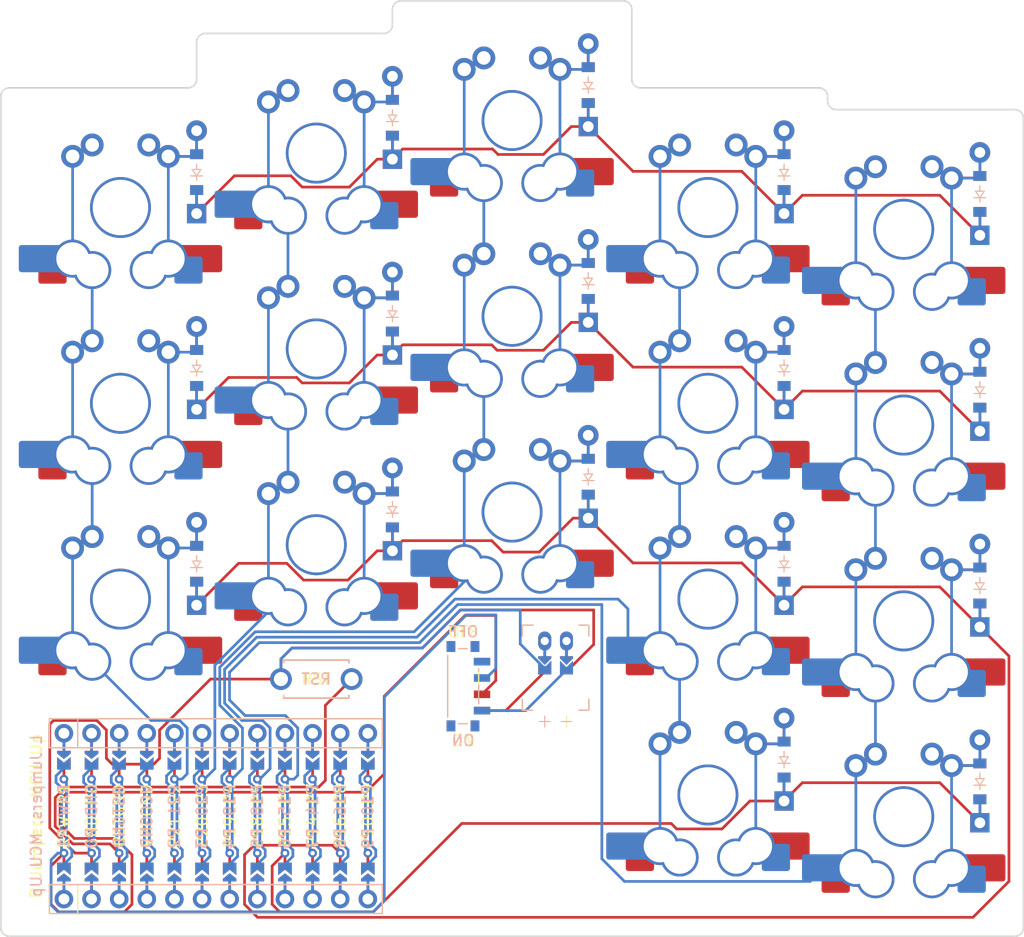
<source format=kicad_pcb>
(kicad_pcb (version 20240108) (generator "pcbnew") (generator_version "8.0")
  (title_block (title "board") (rev "v1.0.0") (company "Unknown"))
  (layers (0 "F.Cu" signal) (31 "B.Cu" signal) (34 "B.Paste" user) (35 "F.Paste" user) (36 "B.SilkS" user "B.Silkscreen") (37 "F.SilkS" user "F.Silkscreen") (38 "B.Mask" user) (39 "F.Mask" user) (44 "Edge.Cuts" user))
  (net 0 "")
  (net 1 "P2")
  (net 2 "pinky_bottom")
  (net 3 "GND")
  (net 4 "pinky_home")
  (net 5 "pinky_top")
  (net 6 "P3")
  (net 7 "ring_bottom")
  (net 8 "ring_home")
  (net 9 "ring_top")
  (net 10 "P4")
  (net 11 "middle_bottom")
  (net 12 "middle_home")
  (net 13 "middle_top")
  (net 14 "P5")
  (net 15 "index_thumb")
  (net 16 "index_bottom")
  (net 17 "index_home")
  (net 18 "index_top")
  (net 19 "P6")
  (net 20 "inner_thumb")
  (net 21 "inner_bottom")
  (net 22 "inner_home")
  (net 23 "inner_top")
  (net 24 "P16")
  (net 25 "P14")
  (net 26 "P10")
  (net 27 "P15")
  (net 28 "RAW")
  (net 29 "RST")
  (net 30 "VCC")
  (net 31 "P21")
  (net 32 "P20")
  (net 33 "P19")
  (net 34 "P18")
  (net 35 "P1")
  (net 36 "P0")
  (net 37 "P7")
  (net 38 "P8")
  (net 39 "P9")
  (net 40 "MCU1_24")
  (net 41 "MCU1_1")
  (net 42 "MCU1_23")
  (net 43 "MCU1_2")
  (net 44 "MCU1_22")
  (net 45 "MCU1_3")
  (net 46 "MCU1_21")
  (net 47 "MCU1_4")
  (net 48 "MCU1_20")
  (net 49 "MCU1_5")
  (net 50 "MCU1_19")
  (net 51 "MCU1_6")
  (net 52 "MCU1_18")
  (net 53 "MCU1_7")
  (net 54 "MCU1_17")
  (net 55 "MCU1_8")
  (net 56 "MCU1_16")
  (net 57 "MCU1_9")
  (net 58 "MCU1_15")
  (net 59 "MCU1_10")
  (net 60 "MCU1_14")
  (net 61 "MCU1_11")
  (net 62 "MCU1_13")
  (net 63 "MCU1_12")
  (net 64 "BAT_P")
  (net 65 "JST1_1")
  (net 66 "JST1_2")
  (footprint "ceoloide:mcu_nice_nano" (layer "F.Cu") (at 182.5 176.95 90)
    (property "Reference" "MCU1" (hide yes))
    (property "Value" "")
  )
  (footprint "ceoloide:reset_switch_tht_top" (layer "F.Cu") (at 193 164.35)
    (property "Reference" "RST1" (hide yes))
    (property "Value" "")
  )
  (footprint "ceoloide:power_switch_smd_side" (layer "F.Cu") (at 206.5 165 180)
    (property "Reference" "PWR1" (hide yes))
    (property "Value" "")
  )
  (footprint "ceoloide:battery_connector_jst_ph_2" (layer "F.Cu") (at 215 160.85)
    (property "Reference" "JST1" (hide yes))
    (property "Value" "")
  )
  (footprint "ceoloide:diode_tht_sod123" (layer "B.Cu") (at 200 148.75 90)
    (property "Reference" "D4" (hide yes))
    (property "Value" "")
  )
  (footprint "ceoloide:switch_gateron_ks27_ks33" (layer "B.Cu") (at 229 157)
    (property "Reference" "S11" (hide yes))
    (property "Value" "")
  )
  (footprint "ceoloide:switch_gateron_ks27_ks33" (layer "B.Cu") (at 211 131)
    (property "Reference" "S8" (hide yes))
    (property "Value" "")
  )
  (footprint "ceoloide:switch_gateron_ks27_ks33" (layer "B.Cu") (at 229 121)
    (property "Reference" "S13" (hide yes))
    (property "Value" "")
  )
  (footprint "ceoloide:diode_tht_sod123" (layer "B.Cu") (at 254 137.75 90)
    (property "Reference" "D16" (hide yes))
    (property "Value" "")
  )
  (footprint "ceoloide:switch_gateron_ks27_ks33" (layer "B.Cu") (at 193 134)
    (property "Reference" "S5" (hide yes))
    (property "Value" "")
  )
  (footprint "ceoloide:switch_gateron_ks27_ks33" (layer "B.Cu") (at 247 141)
    (property "Reference" "S16" (hide yes))
    (property "Value" "")
  )
  (footprint "ceoloide:switch_gateron_ks27_ks33" (layer "B.Cu") (at 229 175)
    (property "Reference" "S10" (hide yes))
    (property "Value" "")
  )
  (footprint "ceoloide:switch_gateron_ks27_ks33" (layer "B.Cu") (at 175 139)
    (property "Reference" "S2" (hide yes))
    (property "Value" "")
  )
  (footprint "ceoloide:diode_tht_sod123" (layer "B.Cu") (at 200 130.75 90)
    (property "Reference" "D5" (hide yes))
    (property "Value" "")
  )
  (footprint "ceoloide:switch_gateron_ks27_ks33" (layer "B.Cu") (at 247 177)
    (property "Reference" "S14" (hide yes))
    (property "Value" "")
  )
  (footprint "ceoloide:diode_tht_sod123" (layer "B.Cu") (at 182 135.75 90)
    (property "Reference" "D2" (hide yes))
    (property "Value" "")
  )
  (footprint "ceoloide:switch_gateron_ks27_ks33" (layer "B.Cu") (at 175 157)
    (property "Reference" "S1" (hide yes))
    (property "Value" "")
  )
  (footprint "ceoloide:diode_tht_sod123" (layer "B.Cu") (at 236 135.75 90)
    (property "Reference" "D12" (hide yes))
    (property "Value" "")
  )
  (footprint "ceoloide:diode_tht_sod123" (layer "B.Cu") (at 254 173.75 90)
    (property "Reference" "D14" (hide yes))
    (property "Value" "")
  )
  (footprint "ceoloide:diode_tht_sod123" (layer "B.Cu") (at 200 112.75 90)
    (property "Reference" "D6" (hide yes))
    (property "Value" "")
  )
  (footprint "ceoloide:diode_tht_sod123" (layer "B.Cu") (at 218 145.75 90)
    (property "Reference" "D7" (hide yes))
    (property "Value" "")
  )
  (footprint "ceoloide:switch_gateron_ks27_ks33" (layer "B.Cu") (at 211 149)
    (property "Reference" "S7" (hide yes))
    (property "Value" "")
  )
  (footprint "ceoloide:switch_gateron_ks27_ks33" (layer "B.Cu") (at 193 152)
    (property "Reference" "S4" (hide yes))
    (property "Value" "")
  )
  (footprint "ceoloide:diode_tht_sod123" (layer "B.Cu") (at 254 119.75 90)
    (property "Reference" "D17" (hide yes))
    (property "Value" "")
  )
  (footprint "ceoloide:switch_gateron_ks27_ks33" (layer "B.Cu") (at 175 121)
    (property "Reference" "S3" (hide yes))
    (property "Value" "")
  )
  (footprint "ceoloide:diode_tht_sod123" (layer "B.Cu") (at 182 117.75 90)
    (property "Reference" "D3" (hide yes))
    (property "Value" "")
  )
  (footprint "ceoloide:diode_tht_sod123" (layer "B.Cu") (at 236 171.75 90)
    (property "Reference" "D10" (hide yes))
    (property "Value" "")
  )
  (footprint "ceoloide:switch_gateron_ks27_ks33" (layer "B.Cu") (at 247 159)
    (property "Reference" "S15" (hide yes))
    (property "Value" "")
  )
  (footprint "ceoloide:diode_tht_sod123" (layer "B.Cu") (at 182 153.75 90)
    (property "Reference" "D1" (hide yes))
    (property "Value" "")
  )
  (footprint "ceoloide:switch_gateron_ks27_ks33" (layer "B.Cu") (at 211 113)
    (property "Reference" "S9" (hide yes))
    (property "Value" "")
  )
  (footprint "ceoloide:diode_tht_sod123" (layer "B.Cu") (at 218 109.75 90)
    (property "Reference" "D9" (hide yes))
    (property "Value" "")
  )
  (footprint "ceoloide:switch_gateron_ks27_ks33" (layer "B.Cu") (at 193 116)
    (property "Reference" "S6" (hide yes))
    (property "Value" "")
  )
  (footprint "ceoloide:switch_gateron_ks27_ks33" (layer "B.Cu") (at 229 139)
    (property "Reference" "S12" (hide yes))
    (property "Value" "")
  )
  (footprint "ceoloide:diode_tht_sod123" (layer "B.Cu") (at 236 117.75 90)
    (property "Reference" "D13" (hide yes))
    (property "Value" "")
  )
  (footprint "ceoloide:diode_tht_sod123" (layer "B.Cu") (at 236 153.75 90)
    (property "Reference" "D11" (hide yes))
    (property "Value" "")
  )
  (footprint "ceoloide:diode_tht_sod123" (layer "B.Cu") (at 218 127.75 90)
    (property "Reference" "D8" (hide yes))
    (property "Value" "")
  )
  (footprint "ceoloide:switch_gateron_ks27_ks33" (layer "B.Cu") (at 247 123)
    (property "Reference" "S17" (hide yes))
    (property "Value" "")
  )
  (footprint "ceoloide:diode_tht_sod123" (layer "B.Cu") (at 254 155.75 90)
    (property "Reference" "D15" (hide yes))
    (property "Value" "")
  )
  (gr_arc (start 182 109.2) (mid 181.765685 109.765685) (end 181.2 110) (stroke (width 0.15)) (layer "Edge.Cuts"))
  (gr_arc (start 200 102.8) (mid 200.234315 102.234315) (end 200.8 102) (stroke (width 0.15)) (layer "Edge.Cuts"))
  (gr_arc (start 182 105.8) (mid 182.234315 105.234315) (end 182.8 105) (stroke (width 0.15)) (layer "Edge.Cuts"))
  (gr_arc (start 239.2 110) (mid 239.765685 110.234315) (end 240 110.8) (stroke (width 0.15)) (layer "Edge.Cuts"))
  (gr_arc (start 222.8 110) (mid 222.234315 109.765685) (end 222 109.2) (stroke (width 0.15)) (layer "Edge.Cuts"))
  (gr_line (start 181.2 110) (end 164.8 110) (stroke (width 0.15)) (layer "Edge.Cuts"))
  (gr_line (start 258 187.2) (end 258 112.8) (stroke (width 0.15)) (layer "Edge.Cuts"))
  (gr_arc (start 240.8 112) (mid 240.234315 111.765685) (end 240 111.2) (stroke (width 0.15)) (layer "Edge.Cuts"))
  (gr_line (start 240 111.2) (end 240 110.8) (stroke (width 0.15)) (layer "Edge.Cuts"))
  (gr_line (start 239.2 110) (end 222.8 110) (stroke (width 0.15)) (layer "Edge.Cuts"))
  (gr_line (start 164 187.2) (end 164 110.8) (stroke (width 0.15)) (layer "Edge.Cuts"))
  (gr_arc (start 258 187.2) (mid 257.765685 187.765685) (end 257.2 188) (stroke (width 0.15)) (layer "Edge.Cuts"))
  (gr_arc (start 257.2 112) (mid 257.765685 112.234315) (end 258 112.8) (stroke (width 0.15)) (layer "Edge.Cuts"))
  (gr_arc (start 164.8 188) (mid 164.234315 187.765685) (end 164 187.2) (stroke (width 0.15)) (layer "Edge.Cuts"))
  (gr_arc (start 221.2 102) (mid 221.765685 102.234315) (end 222 102.8) (stroke (width 0.15)) (layer "Edge.Cuts"))
  (gr_arc (start 200 104.2) (mid 199.765685 104.765685) (end 199.2 105) (stroke (width 0.15)) (layer "Edge.Cuts"))
  (gr_line (start 200 102.8) (end 200 104.2) (stroke (width 0.15)) (layer "Edge.Cuts"))
  (gr_arc (start 164 110.8) (mid 164.234315 110.234315) (end 164.8 110) (stroke (width 0.15)) (layer "Edge.Cuts"))
  (gr_line (start 221.2 102) (end 200.8 102) (stroke (width 0.15)) (layer "Edge.Cuts"))
  (gr_line (start 182 105.8) (end 182 109.2) (stroke (width 0.15)) (layer "Edge.Cuts"))
  (gr_line (start 222 109.2) (end 222 102.8) (stroke (width 0.15)) (layer "Edge.Cuts"))
  (gr_line (start 257.2 112) (end 240.8 112) (stroke (width 0.15)) (layer "Edge.Cuts"))
  (gr_line (start 164.8 188) (end 257.2 188) (stroke (width 0.15)) (layer "Edge.Cuts"))
  (gr_line (start 199.2 105) (end 182.8 105) (stroke (width 0.15)) (layer "Edge.Cuts"))
  (segment (start 179.96 172.175) (end 179.96 173.55) (width 0.25) (layer "F.Cu") (net 1))
  (segment (start 179.96 181.725) (end 179.96 181.375305) (width 0.25) (layer "B.Cu") (net 1))
  (segment (start 177.805 168.155) (end 180.446701 168.155) (width 0.25) (layer "B.Cu") (net 1))
  (segment (start 172.4 126.75) (end 172.4 133.25) (width 0.25) (layer "B.Cu") (net 1))
  (segment (start 180.446701 168.155) (end 181.135 168.843299) (width 0.25) (layer "B.Cu") (net 1))
  (segment (start 180.685 180.650305) (end 180.685 180.049695) (width 0.25) (layer "B.Cu") (net 1))
  (segment (start 181.135 173.055) (end 180.64 173.55) (width 0.25) (layer "B.Cu") (net 1))
  (segment (start 180.64 173.55) (end 179.96 173.55) (width 0.25) (layer "B.Cu") (net 1))
  (segment (start 170.6 152.3) (end 170.6 161.7) (width 0.25) (layer "B.Cu") (net 1))
  (segment (start 181.135 168.843299) (end 181.135 173.055) (width 0.25) (layer "B.Cu") (net 1))
  (segment (start 180.19 179.554695) (end 180.19 173.78) (width 0.25) (layer "B.Cu") (net 1))
  (segment (start 172.4 144.75) (end 172.4 151.25) (width 0.25) (layer "B.Cu") (net 1))
  (segment (start 170.6 116.3) (end 170.6 125.7) (width 0.25) (layer "B.Cu") (net 1))
  (segment (start 172.4 162.75) (end 177.805 168.155) (width 0.25) (layer "B.Cu") (net 1))
  (segment (start 170.6 134.3) (end 170.6 143.7) (width 0.25) (layer "B.Cu") (net 1))
  (segment (start 180.685 180.049695) (end 180.19 179.554695) (width 0.25) (layer "B.Cu") (net 1))
  (segment (start 179.96 181.375305) (end 180.685 180.650305) (width 0.25) (layer "B.Cu") (net 1))
  (segment (start 182 149.94) (end 182 152.1) (width 0.25) (layer "F.Cu") (net 2))
  (segment (start 182 149.94) (end 182 152.1) (width 0.25) (layer "B.Cu") (net 2))
  (segment (start 181.8 152.3) (end 182 152.1) (width 0.25) (layer "B.Cu") (net 2))
  (segment (start 179.4 152.3) (end 181.8 152.3) (width 0.25) (layer "B.Cu") (net 2))
  (segment (start 179.4 152.3) (end 179.4 161.7) (width 0.25) (layer "B.Cu") (net 2))
  (segment (start 174.88 172.175) (end 174.88 173.55) (width 0.25) (layer "F.Cu") (net 3))
  (segment (start 178.595 171.63) (end 178.05 172.175) (width 0.25) (layer "F.Cu") (net 3))
  (segment (start 189.75 164.35) (end 183.278299 164.35) (width 0.25) (layer "F.Cu") (net 3))
  (segment (start 178.05 172.175) (end 177.42 172.175) (width 0.25) (layer "F.Cu") (net 3))
  (segment (start 168.5 178.024695) (end 170.825305 180.35) (width 0.25) (layer "F.Cu") (net 3))
  (segment (start 218.5 158) (end 206.25 158) (width 0.25) (layer "F.Cu") (net 3))
  (segment (start 173.705 171.63) (end 173.705 169.033299) (width 0.25) (layer "F.Cu") (net 3))
  (segment (start 177.42 172.175) (end 177.42 173.55) (width 0.25) (layer "F.Cu") (net 3))
  (segment (start 190.75 161.5) (end 189.75 162.5) (width 0.25) (layer "F.Cu") (net 3))
  (segment (start 172.826701 168.155) (end 168.845 168.155) (width 0.25) (layer "F.Cu") (net 3))
  (segment (start 206.25 158) (end 202.75 161.5) (width 0.25) (layer "F.Cu") (net 3))
  (segment (start 177.42 172.175) (end 174.88 172.175) (width 0.25) (layer "F.Cu") (net 3))
  (segment (start 168.845 168.155) (end 168.5 168.5) (width 0.25) (layer "F.Cu") (net 3))
  (segment (start 173.705 169.033299) (end 172.826701 168.155) (width 0.25) (layer "F.Cu") (net 3))
  (segment (start 170.825305 180.35) (end 172.34 180.35) (width 0.25) (layer "F.Cu") (net 3))
  (segment (start 174.25 172.175) (end 173.705 171.63) (width 0.25) (layer "F.Cu") (net 3))
  (segment (start 168.5 168.5) (end 168.5 178.024695) (width 0.25) (layer "F.Cu") (net 3))
  (segment (start 178.595 169.033299) (end 178.595 171.63) (width 0.25) (layer "F.Cu") (net 3))
  (segment (start 216 163.666) (end 218.5 161.166) (width 0.25) (layer "F.Cu") (net 3))
  (segment (start 172.34 181.725) (end 172.34 180.35) (width 0.25) (layer "F.Cu") (net 3))
  (segment (start 189.75 162.5) (end 189.75 164.35) (width 0.25) (layer "F.Cu") (net 3))
  (segment (start 202.75 161.5) (end 190.75 161.5) (width 0.25) (layer "F.Cu") (net 3))
  (segment (start 183.278299 164.35) (end 178.595 169.033299) (width 0.25) (layer "F.Cu") (net 3))
  (segment (start 174.88 172.175) (end 174.25 172.175) (width 0.25) (layer "F.Cu") (net 3))
  (segment (start 218.5 161.166) (end 218.5 158) (width 0.25) (layer "F.Cu") (net 3))
  (segment (start 211.75 158) (end 206.25 158) (width 0.25) (layer "B.Cu") (net 3))
  (segment (start 178.145 180.049695) (end 177.65 179.554695) (width 0.25) (layer "B.Cu") (net 3))
  (segment (start 175.605 180.650305) (end 175.605 180.049695) (width 0.25) (layer "B.Cu") (net 3))
  (segment (start 202.75 161.5) (end 190.75 161.5) (width 0.25) (layer "B.Cu") (net 3))
  (segment (start 177.42 181.375305) (end 178.145 180.650305) (width 0.25) (layer "B.Cu") (net 3))
  (segment (start 214 163.666) (end 214 163.28) (width 0.25) (layer "B.Cu") (net 3))
  (segment (start 175.11 179.554695) (end 175.11 173.78) (width 0.25) (layer "B.Cu") (net 3))
  (segment (start 178.145 180.650305) (end 178.145 180.049695) (width 0.25) (layer "B.Cu") (net 3))
  (segment (start 174.88 181.725) (end 174.88 181.375305) (width 0.25) (layer "B.Cu") (net 3))
  (segment (start 175.605 180.049695) (end 175.11 179.554695) (width 0.25) (layer "B.Cu") (net 3))
  (segment (start 171.615 173.249695) (end 171.615 173.850305) (width 0.25) (layer "B.Cu") (net 3))
  (segment (start 214 163.28) (end 213.90473 163.28) (width 0.25) (layer "B.Cu") (net 3))
  (segment (start 172.34 172.175) (end 172.34 172.524695) (width 0.25) (layer "B.Cu") (net 3))
  (segment (start 177.65 179.554695) (end 177.65 173.78) (width 0.25) (layer "B.Cu") (net 3))
  (segment (start 213.90473 163.28) (end 211.75 161.12527) (width 0.25) (layer "B.Cu") (net 3))
  (segment (start 189.75 162.5) (end 189.75 164.35) (width 0.25) (layer "B.Cu") (net 3))
  (segment (start 171.615 173.850305) (end 172.12 174.355305) (width 0.25) (layer "B.Cu") (net 3))
  (segment (start 206.25 158) (end 202.75 161.5) (width 0.25) (layer "B.Cu") (net 3))
  (segment (start 211.75 161.12527) (end 211.75 158) (width 0.25) (layer "B.Cu") (net 3))
  (segment (start 177.42 181.725) (end 177.42 181.375305) (width 0.25) (layer "B.Cu") (net 3))
  (segment (start 174.88 181.375305) (end 175.605 180.650305) (width 0.25) (layer "B.Cu") (net 3))
  (segment (start 190.75 161.5) (end 189.75 162.5) (width 0.25) (layer "B.Cu") (net 3))
  (segment (start 172.12 174.355305) (end 172.12 180.13) (width 0.25) (layer "B.Cu") (net 3))
  (segment (start 172.34 172.524695) (end 171.615 173.249695) (width 0.25) (layer "B.Cu") (net 3))
  (segment (start 182 131.94) (end 182 134.1) (width 0.25) (layer "F.Cu") (net 4))
  (segment (start 179.4 134.3) (end 179.4 143.7) (width 0.25) (layer "B.Cu") (net 4))
  (segment (start 181.8 134.3) (end 182 134.1) (width 0.25) (layer "B.Cu") (net 4))
  (segment (start 182 131.94) (end 182 134.1) (width 0.25) (layer "B.Cu") (net 4))
  (segment (start 179.4 134.3) (end 181.8 134.3) (width 0.25) (layer "B.Cu") (net 4))
  (segment (start 179.4 116.3) (end 181.8 116.3) (width 0.25) (layer "F.Cu") (net 5))
  (segment (start 181.8 116.3) (end 182 116.1) (width 0.25) (layer "F.Cu") (net 5))
  (segment (start 182 113.94) (end 182 116.1) (width 0.25) (layer "F.Cu") (net 5))
  (segment (start 182 113.94) (end 182 116.1) (width 0.25) (layer "B.Cu") (net 5))
  (segment (start 179.4 116.3) (end 179.4 125.7) (width 0.25) (layer "B.Cu") (net 5))
  (segment (start 181.8 116.3) (end 182 116.1) (width 0.25) (layer "B.Cu") (net 5))
  (segment (start 179.4 116.3) (end 181.8 116.3) (width 0.25) (layer "B.Cu") (net 5))
  (segment (start 182.5 172.175) (end 182.5 173.55) (width 0.25) (layer "F.Cu") (net 6))
  (segment (start 190.4 139.75) (end 190.4 146.25) (width 0.25) (layer "B.Cu") (net 6))
  (segment (start 188.6 147.3) (end 188.6 156.7) (width 0.25) (layer "B.Cu") (net 6))
  (segment (start 188.6 129.3) (end 188.6 138.7) (width 0.25) (layer "B.Cu") (net 6))
  (segment (start 189 157.75) (end 183.675 163.075) (width 0.25) (layer "B.Cu") (net 6))
  (segment (start 182.5 181.375305) (end 183.225 180.650305) (width 0.25) (layer "B.Cu") (net 6))
  (segment (start 183.225 180.650305) (end 183.225 180.049695) (width 0.25) (layer "B.Cu") (net 6))
  (segment (start 188.6 111.3) (end 188.6 120.7) (width 0.25) (layer "B.Cu") (net 6))
  (segment (start 183.225 180.049695) (end 182.73 179.554695) (width 0.25) (layer "B.Cu") (net 6))
  (segment (start 183.675 163.075) (end 183.675 172.591692) (width 0.25) (layer "B.Cu") (net 6))
  (segment (start 183.675 172.591692) (end 182.716692 173.55) (width 0.25) (layer "B.Cu") (net 6))
  (segment (start 182.5 181.725) (end 182.5 181.375305) (width 0.25) (layer "B.Cu") (net 6))
  (segment (start 182.73 179.554695) (end 182.73 173.78) (width 0.25) (layer "B.Cu") (net 6))
  (segment (start 190.4 121.75) (end 190.4 128.25) (width 0.25) (layer "B.Cu") (net 6))
  (segment (start 182.716692 173.55) (end 182.5 173.55) (width 0.25) (layer "B.Cu") (net 6))
  (segment (start 190.4 157.75) (end 189 157.75) (width 0.25) (layer "B.Cu") (net 6))
  (segment (start 200 144.94) (end 200 147.1) (width 0.25) (layer "F.Cu") (net 7))
  (segment (start 197.4 147.3) (end 199.8 147.3) (width 0.25) (layer "F.Cu") (net 7))
  (segment (start 199.8 147.3) (end 200 147.1) (width 0.25) (layer "F.Cu") (net 7))
  (segment (start 199.8 147.3) (end 200 147.1) (width 0.25) (layer "B.Cu") (net 7))
  (segment (start 197.4 156.7) (end 197.4 147.3) (width 0.25) (layer "B.Cu") (net 7))
  (segment (start 200 144.94) (end 200 147.1) (width 0.25) (layer "B.Cu") (net 7))
  (segment (start 197.4 147.3) (end 199.8 147.3) (width 0.25) (layer "B.Cu") (net 7))
  (segment (start 199.8 129.3) (end 200 129.1) (width 0.25) (layer "F.Cu") (net 8))
  (segment (start 197.4 129.3) (end 199.8 129.3) (width 0.25) (layer "F.Cu") (net 8))
  (segment (start 200 126.94) (end 200 129.1) (width 0.25) (layer "F.Cu") (net 8))
  (segment (start 200 126.94) (end 200 129.1) (width 0.25) (layer "B.Cu") (net 8))
  (segment (start 197.4 129.3) (end 199.8 129.3) (width 0.25) (layer "B.Cu") (net 8))
  (segment (start 199.8 129.3) (end 200 129.1) (width 0.25) (layer "B.Cu") (net 8))
  (segment (start 197.4 129.3) (end 197.4 138.7) (width 0.25) (layer "B.Cu") (net 8))
  (segment (start 200 108.94) (end 200 111.1) (width 0.25) (layer "F.Cu") (net 9))
  (segment (start 199.8 111.3) (end 200 111.1) (width 0.25) (layer "B.Cu") (net 9))
  (segment (start 197.4 111.3) (end 197.4 120.7) (width 0.25) (layer "B.Cu") (net 9))
  (segment (start 200 108.94) (end 200 111.1) (width 0.25) (layer "B.Cu") (net 9))
  (segment (start 197.4 111.3) (end 199.8 111.3) (width 0.25) (layer "B.Cu") (net 9))
  (segment (start 185.04 172.175) (end 185.04 173.55) (width 0.25) (layer "F.Cu") (net 10))
  (segment (start 185.27 179.554695) (end 185.27 173.78) (width 0.25) (layer "B.Cu") (net 10))
  (segment (start 202 160) (end 187.386396 160) (width 0.25) (layer "B.Cu") (net 10))
  (segment (start 185.256692 173.55) (end 185.04 173.55) (width 0.25) (layer "B.Cu") (net 10))
  (segment (start 207.35 153.7) (end 208.4 154.75) (width 0.25) (layer "B.Cu") (net 10))
  (segment (start 185.04 181.375305) (end 185.765 180.650305) (width 0.25) (layer "B.Cu") (net 10))
  (segment (start 186.215 172.591692) (end 185.256692 173.55) (width 0.25) (layer "B.Cu") (net 10))
  (segment (start 208.4 136.75) (end 208.4 143.25) (width 0.25) (layer "B.Cu") (net 10))
  (segment (start 185.04 181.725) (end 185.04 181.375305) (width 0.25) (layer "B.Cu") (net 10))
  (segment (start 185.765 180.650305) (end 185.765 180.049695) (width 0.25) (layer "B.Cu") (net 10))
  (segment (start 185.765 180.049695) (end 185.27 179.554695) (width 0.25) (layer "B.Cu") (net 10))
  (segment (start 207.25 154.75) (end 202 160) (width 0.25) (layer "B.Cu") (net 10))
  (segment (start 206.6 144.3) (end 206.6 153.7) (width 0.25) (layer "B.Cu") (net 10))
  (segment (start 208.4 154.75) (end 207.25 154.75) (width 0.25) (layer "B.Cu") (net 10))
  (segment (start 186.215 168.843299) (end 186.215 172.591692) (width 0.25) (layer "B.Cu") (net 10))
  (segment (start 184.125 163.261396) (end 184.125 166.753299) (width 0.25) (layer "B.Cu") (net 10))
  (segment (start 184.125 166.753299) (end 186.215 168.843299) (width 0.25) (layer "B.Cu") (net 10))
  (segment (start 187.386396 160) (end 184.125 163.261396) (width 0.25) (layer "B.Cu") (net 10))
  (segment (start 208.4 118.75) (end 208.4 125.25) (width 0.25) (layer "B.Cu") (net 10))
  (segment (start 206.6 126.3) (end 206.6 135.7) (width 0.25) (layer "B.Cu") (net 10))
  (segment (start 206.6 153.7) (end 207.35 153.7) (width 0.25) (layer "B.Cu") (net 10))
  (segment (start 206.6 108.3) (end 206.6 117.7) (width 0.25) (layer "B.Cu") (net 10))
  (segment (start 218 141.94) (end 218 144.1) (width 0.25) (layer "F.Cu") (net 11))
  (segment (start 217.8 144.3) (end 218 144.1) (width 0.25) (layer "F.Cu") (net 11))
  (segment (start 215.4 144.3) (end 217.8 144.3) (width 0.25) (layer "F.Cu") (net 11))
  (segment (start 217.8 144.3) (end 218 144.1) (width 0.25) (layer "B.Cu") (net 11))
  (segment (start 218 141.94) (end 218 144.1) (width 0.25) (layer "B.Cu") (net 11))
  (segment (start 215.4 144.3) (end 215.4 153.7) (width 0.25) (layer "B.Cu") (net 11))
  (segment (start 215.4 144.3) (end 217.8 144.3) (width 0.25) (layer "B.Cu") (net 11))
  (segment (start 217.8 126.3) (end 218 126.1) (width 0.25) (layer "F.Cu") (net 12))
  (segment (start 215.4 126.3) (end 217.8 126.3) (width 0.25) (layer "F.Cu") (net 12))
  (segment (start 218 123.94) (end 218 126.1) (width 0.25) (layer "F.Cu") (net 12))
  (segment (start 218 123.94) (end 218 126.1) (width 0.25) (layer "B.Cu") (net 12))
  (segment (start 215.4 126.3) (end 215.4 135.7) (width 0.25) (layer "B.Cu") (net 12))
  (segment (start 215.4 126.3) (end 217.8 126.3) (width 0.25) (layer "B.Cu") (net 12))
  (segment (start 217.8 126.3) (end 218 126.1) (width 0.25) (layer "B.Cu") (net 12))
  (segment (start 215.4 108.3) (end 217.8 108.3) (width 0.25) (layer "F.Cu") (net 13))
  (segment (start 217.8 108.3) (end 218 108.1) (width 0.25) (layer "F.Cu") (net 13))
  (segment (start 218 105.94) (end 218 108.1) (width 0.25) (layer "F.Cu") (net 13))
  (segment (start 215.4 108.3) (end 215.4 117.7) (width 0.25) (layer "B.Cu") (net 13))
  (segment (start 215.4 108.3) (end 217.8 108.3) (width 0.25) (layer "B.Cu") (net 13))
  (segment (start 217.8 108.3) (end 218 108.1) (width 0.25) (layer "B.Cu") (net 13))
  (segment (start 218 105.94) (end 218 108.1) (width 0.25) (layer "B.Cu") (net 13))
  (segment (start 187.58 172.175) (end 187.58 173.55) (width 0.25) (layer "F.Cu") (net 14))
  (segment (start 188.305 180.049695) (end 187.81 179.554695) (width 0.25) (layer "B.Cu") (net 14))
  (segment (start 187.522792 160.5) (end 184.575 163.447792) (width 0.25) (layer "B.Cu") (net 14))
  (segment (start 226.4 126.75) (end 226.4 133.25) (width 0.25) (layer "B.Cu") (net 14))
  (segment (start 221.65 161.7) (end 221.65 157.9) (width 0.25) (layer "B.Cu") (net 14))
  (segment (start 184.575 163.447792) (end 184.575 166.566903) (width 0.25) (layer "B.Cu") (net 14))
  (segment (start 188.305 180.650305) (end 188.305 180.049695) (width 0.25) (layer "B.Cu") (net 14))
  (segment (start 187.81 179.554695) (end 187.81 173.78) (width 0.25) (layer "B.Cu") (net 14))
  (segment (start 187.58 181.375305) (end 188.305 180.650305) (width 0.25) (layer "B.Cu") (net 14))
  (segment (start 188.755 172.591692) (end 187.667237 173.679455) (width 0.25) (layer "B.Cu") (net 14))
  (segment (start 188.066701 168.155) (end 188.755 168.843299) (width 0.25) (layer "B.Cu") (net 14))
  (segment (start 224.6 170.3) (end 224.6 179.7) (width 0.25) (layer "B.Cu") (net 14))
  (segment (start 224.6 134.3) (end 224.6 143.7) (width 0.25) (layer "B.Cu") (net 14))
  (segment (start 226.4 162.75) (end 226.4 169.25) (width 0.25) (layer "B.Cu") (net 14))
  (segment (start 187.58 181.725) (end 187.58 181.375305) (width 0.25) (layer "B.Cu") (net 14))
  (segment (start 226.4 144.75) (end 226.4 151.25) (width 0.25) (layer "B.Cu") (net 14))
  (segment (start 186.163097 168.155) (end 188.066701 168.155) (width 0.25) (layer "B.Cu") (net 14))
  (segment (start 224.6 116.3) (end 224.6 125.7) (width 0.25) (layer "B.Cu") (net 14))
  (segment (start 202.25 160.5) (end 187.522792 160.5) (width 0.25) (layer "B.Cu") (net 14))
  (segment (start 220.75 157) (end 205.75 157) (width 0.25) (layer "B.Cu") (net 14))
  (segment (start 187.667237 173.679455) (end 187.320545 173.679455) (width 0.25) (layer "B.Cu") (net 14))
  (segment (start 221.65 157.9) (end 220.75 157) (width 0.25) (layer "B.Cu") (net 14))
  (segment (start 224.6 152.3) (end 224.6 161.7) (width 0.25) (layer "B.Cu") (net 14))
  (segment (start 188.755 168.843299) (end 188.755 172.591692) (width 0.25) (layer "B.Cu") (net 14))
  (segment (start 205.75 157) (end 202.25 160.5) (width 0.25) (layer "B.Cu") (net 14))
  (segment (start 184.575 166.566903) (end 186.163097 168.155) (width 0.25) (layer "B.Cu") (net 14))
  (segment (start 235.8 170.3) (end 236 170.1) (width 0.25) (layer "F.Cu") (net 15))
  (segment (start 236 167.94) (end 236 170.1) (width 0.25) (layer "F.Cu") (net 15))
  (segment (start 233.4 170.3) (end 235.8 170.3) (width 0.25) (layer "F.Cu") (net 15))
  (segment (start 233.4 170.3) (end 233.4 179.7) (width 0.25) (layer "B.Cu") (net 15))
  (segment (start 235.8 170.3) (end 236 170.1) (width 0.25) (layer "B.Cu") (net 15))
  (segment (start 233.4 170.3) (end 235.8 170.3) (width 0.25) (layer "B.Cu") (net 15))
  (segment (start 236 167.94) (end 236 170.1) (width 0.25) (layer "B.Cu") (net 15))
  (segment (start 233.4 152.3) (end 235.8 152.3) (width 0.25) (layer "F.Cu") (net 16))
  (segment (start 235.8 152.3) (end 236 152.1) (width 0.25) (layer "F.Cu") (net 16))
  (segment (start 236 149.94) (end 236 152.1) (width 0.25) (layer "F.Cu") (net 16))
  (segment (start 236 149.94) (end 236 152.1) (width 0.25) (layer "B.Cu") (net 16))
  (segment (start 233.4 152.3) (end 233.4 161.7) (width 0.25) (layer "B.Cu") (net 16))
  (segment (start 235.8 152.3) (end 236 152.1) (width 0.25) (layer "B.Cu") (net 16))
  (segment (start 233.4 152.3) (end 235.8 152.3) (width 0.25) (layer "B.Cu") (net 16))
  (segment (start 233.4 134.3) (end 235.8 134.3) (width 0.25) (layer "F.Cu") (net 17))
  (segment (start 235.8 134.3) (end 236 134.1) (width 0.25) (layer "F.Cu") (net 17))
  (segment (start 236 131.94) (end 236 134.1) (width 0.25) (layer "F.Cu") (net 17))
  (segment (start 233.4 134.3) (end 233.4 143.7) (width 0.25) (layer "B.Cu") (net 17))
  (segment (start 235.65 134.3) (end 233.4 134.3) (width 0.25) (layer "B.Cu") (net 17))
  (segment (start 236 131.94) (end 236 134.1) (width 0.25) (layer "B.Cu") (net 17))
  (segment (start 236 134.1) (end 235.85 134.1) (width 0.25) (layer "B.Cu") (net 17))
  (segment (start 235.85 134.1) (end 235.65 134.3) (width 0.25) (layer "B.Cu") (net 17))
  (segment (start 236 113.94) (end 236 116.1) (width 0.25) (layer "F.Cu") (net 18))
  (segment (start 233.4 116.3) (end 235.8 116.3) (width 0.25) (layer "F.Cu") (net 18))
  (segment (start 235.8 116.3) (end 236 116.1) (width 0.25) (layer "F.Cu") (net 18))
  (segment (start 235.8 116.3) (end 236 116.1) (width 0.25) (layer "B.Cu") (net 18))
  (segment (start 236 113.94) (end 236 116.1) (width 0.25) (layer "B.Cu") (net 18))
  (segment (start 233.4 116.3) (end 233.4 125.7) (width 0.25) (layer "B.Cu") (net 18))
  (segment (start 233.4 116.3) (end 235.8 116.3) (width 0.25) (layer "B.Cu") (net 18))
  (segment (start 190.12 172.175) (end 190.12 173.55) (width 0.25) (layer "F.Cu") (net 19))
  (segment (start 186.455 167.705) (end 190.156701 167.705) (width 0.25) (layer "B.Cu") (net 19))
  (segment (start 219.25 157.5) (end 206 157.5) (width 0.25) (layer "B.Cu") (net 19))
  (segment (start 244.4 164.75) (end 244.4 171.25) (width 0.25) (layer "B.Cu") (net 19))
  (segment (start 190.12 181.725) (end 190.12 181.375305) (width 0.25) (layer "B.Cu") (net 19))
  (segment (start 239.55 181.7) (end 239.5 181.75) (width 0.25) (layer "B.Cu") (net 19))
  (segment (start 219.25 180.8701) (end 219.25 157.5) (width 0.25) (layer "B.Cu") (net 19))
  (segment (start 242.6 118.3) (end 242.6 127.7) (width 0.25) (layer "B.Cu") (net 19))
  (segment (start 185.025 166.275) (end 186.455 167.705) (width 0.25) (layer "B.Cu") (net 19))
  (segment (start 185.025 163.725) (end 185.025 166.275) (width 0.25) (layer "B.Cu") (net 19))
  (segment (start 239.65 181.7) (end 238.4 182.95) (width 0.25) (layer "B.Cu") (net 19))
  (segment (start 239.65 181.7) (end 239.55 181.7) (width 0.25) (layer "B.Cu") (net 19))
  (segment (start 190.156701 167.705) (end 191.295 168.843299) (width 0.25) (layer "B.Cu") (net 19))
  (segment (start 244.4 128.75) (end 244.4 135.25) (width 0.25) (layer "B.Cu") (net 19))
  (segment (start 244.4 146.75) (end 244.4 153.25) (width 0.25) (layer "B.Cu") (net 19))
  (segment (start 190.95 173.55) (end 190.12 173.55) (width 0.25) (layer "B.Cu") (net 19))
  (segment (start 242.6 154.3) (end 242.6 163.7) (width 0.25) (layer "B.Cu") (net 19))
  (segment (start 190.845 180.049695) (end 190.35 179.554695) (width 0.25) (layer "B.Cu") (net 19))
  (segment (start 242.6 136.3) (end 242.6 145.7) (width 0.25) (layer "B.Cu") (net 19))
  (segment (start 190.35 179.554695) (end 190.35 173.78) (width 0.25) (layer "B.Cu") (net 19))
  (segment (start 190.845 180.650305) (end 190.845 180.049695) (width 0.25) (layer "B.Cu") (net 19))
  (segment (start 238.4 182.95) (end 221.3299 182.95) (width 0.25) (layer "B.Cu") (net 19))
  (segment (start 191.295 168.843299) (end 191.295 173.205) (width 0.25) (layer "B.Cu") (net 19))
  (segment (start 191.295 173.205) (end 190.95 173.55) (width 0.25) (layer "B.Cu") (net 19))
  (segment (start 206 157.5) (end 202.5 161) (width 0.25) (layer "B.Cu") (net 19))
  (segment (start 202.5 161) (end 187.75 161) (width 0.25) (layer "B.Cu") (net 19))
  (segment (start 221.3299 182.95) (end 219.25 180.8701) (width 0.25) (layer "B.Cu") (net 19))
  (segment (start 190.12 181.375305) (end 190.845 180.650305) (width 0.25) (layer "B.Cu") (net 19))
  (segment (start 187.75 161) (end 185.025 163.725) (width 0.25) (layer "B.Cu") (net 19))
  (segment (start 242.6 181.7) (end 242.6 172.3) (width 0.25) (layer "B.Cu") (net 19))
  (segment (start 251.4 172.3) (end 253.8 172.3) (width 0.25) (layer "F.Cu") (net 20))
  (segment (start 254 169.94) (end 254 172.1) (width 0.25) (layer "F.Cu") (net 20))
  (segment (start 253.8 172.3) (end 254 172.1) (width 0.25) (layer "F.Cu") (net 20))
  (segment (start 251.4 172.3) (end 253.8 172.3) (width 0.25) (layer "B.Cu") (net 20))
  (segment (start 253.8 172.3) (end 254 172.1) (width 0.25) (layer "B.Cu") (net 20))
  (segment (start 251.4 172.3) (end 251.4 181.7) (width 0.25) (layer "B.Cu") (net 20))
  (segment (start 254 169.94) (end 254 172.1) (width 0.25) (layer "B.Cu") (net 20))
  (segment (start 251.4 154.3) (end 253.8 154.3) (width 0.25) (layer "F.Cu") (net 21))
  (segment (start 254 151.94) (end 254 154.1) (width 0.25) (layer "F.Cu") (net 21))
  (segment (start 253.8 154.3) (end 254 154.1) (width 0.25) (layer "F.Cu") (net 21))
  (segment (start 251.4 154.3) (end 253.8 154.3) (width 0.25) (layer "B.Cu") (net 21))
  (segment (start 254 151.94) (end 254 154.1) (width 0.25) (layer "B.Cu") (net 21))
  (segment (start 253.8 154.3) (end 254 154.1) (width 0.25) (layer "B.Cu") (net 21))
  (segment (start 251.4 154.3) (end 251.4 163.7) (width 0.25) (layer "B.Cu") (net 21))
  (segment (start 254 136.1) (end 254 133.94) (width 0.25) (layer "F.Cu") (net 22))
  (segment (start 253.8 136.3) (end 254 136.1) (width 0.25) (layer "F.Cu") (net 22))
  (segment (start 251.4 136.3) (end 253.8 136.3) (width 0.25) (layer "F.Cu") (net 22))
  (segment (start 251.4 136.3) (end 253.8 136.3) (width 0.25) (layer "B.Cu") (net 22))
  (segment (start 253.8 136.3) (end 254 136.1) (width 0.25) (layer "B.Cu") (net 22))
  (segment (start 254 136.1) (end 254 133.94) (width 0.25) (layer "B.Cu") (net 22))
  (segment (start 251.4 136.3) (end 251.4 145.7) (width 0.25) (layer "B.Cu") (net 22))
  (segment (start 251.4 118.3) (end 253.8 118.3) (width 0.25) (layer "F.Cu") (net 23))
  (segment (start 253.8 118.3) (end 254 118.1) (width 0.25) (layer "F.Cu") (net 23))
  (segment (start 254 115.94) (end 254 118.1) (width 0.25) (layer "F.Cu") (net 23))
  (segment (start 251.4 118.3) (end 253.8 118.3) (width 0.25) (layer "B.Cu") (net 23))
  (segment (start 254 115.94) (end 254 118.1) (width 0.25) (layer "B.Cu") (net 23))
  (segment (start 251.4 118.3) (end 251.4 127.7) (width 0.25) (layer "B.Cu") (net 23))
  (segment (start 253.8 118.3) (end 254 118.1) (width 0.25) (layer "B.Cu") (net 23))
  (segment (start 186.405 180.499695) (end 187.279695 179.625) (width 0.25) (layer "F.Cu") (net 24))
  (segment (start 250.315 155.875) (end 254 159.56) (width 0.25) (layer "F.Cu") (net 24))
  (segment (start 191.830582 155.25) (end 195.915506 155.25) (width 0.25) (layer "F.Cu") (net 24))
  (segment (start 213.490506 152.675) (end 210.175 152.675) (width 0.25) (layer "F.Cu") (net 24))
  (segment (start 185.850291 153.709709) (end 190.290291 153.709709) (width 0.25) (layer "F.Cu") (net 24))
  (segment (start 256.675 182.9451) (end 253.3701 186.25) (width 0.25) (layer "F.Cu") (net 24))
  (segment (start 253.3701 186.25) (end 187.598299 186.25) (width 0.25) (layer "F.Cu") (net 24))
  (segment (start 210.175 152.675) (end 209.125 151.625) (width 0.25) (layer "F.Cu") (net 24))
  (segment (start 186.405 185.056701) (end 186.405 180.499695) (width 0.25) (layer "F.Cu") (net 24))
  (segment (start 182 155.4) (end 182 157.56) (width 0.25) (layer "F.Cu") (net 24))
  (segment (start 200.935 151.625) (end 200 152.56) (width 0.25) (layer "F.Cu") (net 24))
  (segment (start 222.115 153.675) (end 232.115 153.675) (width 0.25) (layer "F.Cu") (net 24))
  (segment (start 254 159.56) (end 256.675 162.235) (width 0.25) (layer "F.Cu") (net 24))
  (segment (start 190.290291 153.709709) (end 191.830582 155.25) (width 0.25) (layer "F.Cu") (net 24))
  (segment (start 182 157.56) (end 185.850291 153.709709) (width 0.25) (layer "F.Cu") (net 24))
  (segment (start 218 147.4) (end 218 149.56) (width 0.25) (layer "F.Cu") (net 24))
  (segment (start 187.598299 186.25) (end 186.405 185.056701) (width 0.25) (layer "F.Cu") (net 24))
  (segment (start 218 149.56) (end 222.115 153.675) (width 0.25) (layer "F.Cu") (net 24))
  (segment (start 256.675 162.235) (end 256.675 182.9451) (width 0.25) (layer "F.Cu") (net 24))
  (segment (start 236 157.56) (end 237.685 155.875) (width 0.25) (layer "F.Cu") (net 24))
  (segment (start 187.279695 179.625) (end 194.475 179.625) (width 0.25) (layer "F.Cu") (net 24))
  (segment (start 254 157.4) (end 254 159.56) (width 0.25) (layer "F.Cu") (net 24))
  (segment (start 236 155.4) (end 236 157.56) (width 0.25) (layer "F.Cu") (net 24))
  (segment (start 216.605506 149.56) (end 213.490506 152.675) (width 0.25) (layer "F.Cu") (net 24))
  (segment (start 195.915506 155.25) (end 198.605506 152.56) (width 0.25) (layer "F.Cu") (net 24))
  (segment (start 200 152.56) (end 200 150.4) (width 0.25) (layer "F.Cu") (net 24))
  (segment (start 194.475 179.625) (end 195.2 180.35) (width 0.25) (layer "F.Cu") (net 24))
  (segment (start 198.605506 152.56) (end 200 152.56) (width 0.25) (layer "F.Cu") (net 24))
  (segment (start 232.115 153.675) (end 236 157.56) (width 0.25) (layer "F.Cu") (net 24))
  (segment (start 209.125 151.625) (end 200.935 151.625) (width 0.25) (layer "F.Cu") (net 24))
  (segment (start 218 149.56) (end 216.605506 149.56) (width 0.25) (layer "F.Cu") (net 24))
  (segment (start 195.2 181.725) (end 195.2 180.35) (width 0.25) (layer "F.Cu") (net 24))
  (segment (start 237.685 155.875) (end 250.315 155.875) (width 0.25) (layer "F.Cu") (net 24))
  (segment (start 194.475 173.249695) (end 194.475 173.850305) (width 0.25) (layer "B.Cu") (net 24))
  (segment (start 236 155.4) (end 236 157.56) (width 0.25) (layer "B.Cu") (net 24))
  (segment (start 182 155.4) (end 182 157.56) (width 0.25) (layer "B.Cu") (net 24))
  (segment (start 200 150.4) (end 200 152.56) (width 0.25) (layer "B.Cu") (net 24))
  (segment (start 194.98 174.355305) (end 194.98 180.13) (width 0.25) (layer "B.Cu") (net 24))
  (segment (start 194.475 173.850305) (end 194.98 174.355305) (width 0.25) (layer "B.Cu") (net 24))
  (segment (start 254 159.56) (end 254 157.4) (width 0.25) (layer "B.Cu") (net 24))
  (segment (start 195.2 172.524695) (end 194.475 173.249695) (width 0.25) (layer "B.Cu") (net 24))
  (segment (start 218 149.56) (end 218 147.4) (width 0.25) (layer "B.Cu") (net 24))
  (segment (start 195.2 172.175) (end 195.2 172.524695) (width 0.25) (layer "B.Cu") (net 24))
  (segment (start 213.875 134.125) (end 216.44 131.56) (width 0.25) (layer "F.Cu") (net 25))
  (segment (start 232.115 135.675) (end 236 139.56) (width 0.25) (layer "F.Cu") (net 25))
  (segment (start 184.935 136.625) (end 191.205582 136.625) (width 0.25) (layer "F.Cu") (net 25))
  (segment (start 216.44 131.56) (end 218 131.56) (width 0.25) (layer "F.Cu") (net 25))
  (segment (start 250.315 137.875) (end 254 141.56) (width 0.25) (layer "F.Cu") (net 25))
  (segment (start 200.935 133.625) (end 209.125 133.625) (width 0.25) (layer "F.Cu") (net 25))
  (segment (start 218 131.56) (end 222.115 135.675) (width 0.25) (layer "F.Cu") (net 25))
  (segment (start 218 129.4) (end 218 131.56) (width 0.25) (layer "F.Cu") (net 25))
  (segment (start 182 139.56) (end 184.935 136.625) (width 0.25) (layer "F.Cu") (net 25))
  (segment (start 198.605506 134.56) (end 200 134.56) (width 0.25) (layer "F.Cu") (net 25))
  (segment (start 191.205582 136.625) (end 191.705582 137.125) (width 0.25) (layer "F.Cu") (net 25))
  (segment (start 200 134.56) (end 200.935 133.625) (width 0.25) (layer "F.Cu") (net 25))
  (segment (start 191.705582 137.125) (end 196.040506 137.125) (width 0.25) (layer "F.Cu") (net 25))
  (segment (start 237.685 137.875) (end 250.315 137.875) (width 0.25) (layer "F.Cu") (net 25))
  (segment (start 196.040506 137.125) (end 198.605506 134.56) (width 0.25) (layer "F.Cu") (net 25))
  (segment (start 209.125 133.625) (end 209.625 134.125) (width 0.25) (layer "F.Cu") (net 25))
  (segment (start 192.66 181.725) (end 192.66 180.35) (width 0.25) (layer "F.Cu") (net 25))
  (segment (start 200 132.4) (end 200 134.56) (width 0.25) (layer "F.Cu") (net 25))
  (segment (start 182 137.4) (end 182 139.56) (width 0.25) (layer "F.Cu") (net 25))
  (segment (start 209.625 134.125) (end 213.875 134.125) (width 0.25) (layer "F.Cu") (net 25))
  (segment (start 254 141.56) (end 254 139.4) (width 0.25) (layer "F.Cu") (net 25))
  (segment (start 222.115 135.675) (end 232.115 135.675) (width 0.25) (layer "F.Cu") (net 25))
  (segment (start 236 139.56) (end 237.685 137.875) (width 0.25) (layer "F.Cu") (net 25))
  (segment (start 236 137.4) (end 236 139.56) (width 0.25) (layer "F.Cu") (net 25))
  (segment (start 192.66 172.175) (end 192.66 172.524695) (width 0.25) (layer "B.Cu") (net 25))
  (segment (start 254 141.56) (end 254 139.4) (width 0.25) (layer "B.Cu") (net 25))
  (segment (start 191.935 173.850305) (end 192.44 174.355305) (width 0.25) (layer "B.Cu") (net 25))
  (segment (start 218 129.4) (end 218 131.56) (width 0.25) (layer "B.Cu") (net 25))
  (segment (start 200 132.4) (end 200 134.56) (width 0.25) (layer "B.Cu") (net 25))
  (segment (start 182 137.4) (end 182 139.56) (width 0.25) (layer "B.Cu") (net 25))
  (segment (start 192.66 172.524695) (end 191.935 173.249695) (width 0.25) (layer "B.Cu") (net 25))
  (segment (start 236 137.4) (end 236 139.56) (width 0.25) (layer "B.Cu") (net 25))
  (segment (start 191.935 173.249695) (end 191.935 173.850305) (width 0.25) (layer "B.Cu") (net 25))
  (segment (start 192.44 174.355305) (end 192.44 180.13) (width 0.25) (layer "B.Cu") (net 25))
  (segment (start 182 121.56) (end 185.475291 118.084709) (width 0.25) (layer "F.Cu") (net 26))
  (segment (start 213.875 116.125) (end 216.44 113.56) (width 0.25) (layer "F.Cu") (net 26))
  (segment (start 185.475291 118.084709) (end 190.665291 118.084709) (width 0.25) (layer "F.Cu") (net 26))
  (segment (start 197.74 181.725) (end 197.74 180.35) (width 0.25) (layer "F.Cu") (net 26))
  (segment (start 190.665291 118.084709) (end 191.705582 119.125) (width 0.25) (layer "F.Cu") (net 26))
  (segment (start 232.115 117.675) (end 236 121.56) (width 0.25) (layer "F.Cu") (net 26))
  (segment (start 237.685 119.875) (end 250.315 119.875) (width 0.25) (layer "F.Cu") (net 26))
  (segment (start 196.040506 119.125) (end 198.605506 116.56) (width 0.25) (layer "F.Cu") (net 26))
  (segment (start 218 111.4) (end 218 113.56) (width 0.25) (layer "F.Cu") (net 26))
  (segment (start 198.605506 116.56) (end 200 116.56) (width 0.25) (layer "F.Cu") (net 26))
  (segment (start 200 114.4) (end 200 116.56) (width 0.25) (layer "F.Cu") (net 26))
  (segment (start 218 113.56) (end 222.115 117.675) (width 0.25) (layer "F.Cu") (net 26))
  (segment (start 236 121.56) (end 237.685 119.875) (width 0.25) (layer "F.Cu") (net 26))
  (segment (start 182 119.4) (end 182 121.56) (width 0.25) (layer "F.Cu") (net 26))
  (segment (start 236 119.4) (end 236 121.56) (width 0.25) (layer "F.Cu") (net 26))
  (segment (start 209.205582 115.625) (end 209.705582 116.125) (width 0.25) (layer "F.Cu") (net 26))
  (segment (start 216.44 113.56) (end 218 113.56) (width 0.25) (layer "F.Cu") (net 26))
  (segment (start 254 121.4) (end 254 123.56) (width 0.25) (layer "F.Cu") (net 26))
  (segment (start 209.705582 116.125) (end 213.875 116.125) (width 0.25) (layer "F.Cu") (net 26))
  (segment (start 200.935 115.625) (end 209.205582 115.625) (width 0.25) (layer "F.Cu") (net 26))
  (segment (start 250.315 119.875) (end 254 123.56) (width 0.25) (layer "F.Cu") (net 26))
  (segment (start 191.705582 119.125) (end 196.040506 119.125) (width 0.25) (layer "F.Cu") (net 26))
  (segment (start 200 116.56) (end 200.935 115.625) (width 0.25) (layer "F.Cu") (net 26))
  (segment (start 222.115 117.675) (end 232.115 117.675) (width 0.25) (layer "F.Cu") (net 26))
  (segment (start 197.015 173.249695) (end 197.015 173.850305) (width 0.25) (layer "B.Cu") (net 26))
  (segment (start 182 119.4) (end 182 121.56) (width 0.25) (layer "B.Cu") (net 26))
  (segment (start 200 114.4) (end 200 116.56) (width 0.25) (layer "B.Cu") (net 26))
  (segment (start 197.74 172.524695) (end 197.015 173.249695) (width 0.25) (layer "B.Cu") (net 26))
  (segment (start 254 121.4) (end 254 123.56) (width 0.25) (layer "B.Cu") (net 26))
  (segment (start 197.74 172.175) (end 197.74 172.524695) (width 0.25) (layer "B.Cu") (net 26))
  (segment (start 197.52 174.355305) (end 197.52 180.13) (width 0.25) (layer "B.Cu") (net 26))
  (segment (start 197.015 173.850305) (end 197.52 174.355305) (width 0.25) (layer "B.Cu") (net 26))
  (segment (start 218 111.4) (end 218 113.56) (width 0.25) (layer "B.Cu") (net 26))
  (segment (start 236 119.4) (end 236 121.56) (width 0.25) (layer "B.Cu") (net 26))
  (segment (start 232.859418 175.56) (end 230.294418 178.125) (width 0.25) (layer "F.Cu") (net 27))
  (segment (start 226.125 178.125) (end 225.625 177.625) (width 0.25) (layer "F.Cu") (net 27))
  (segment (start 236 175.56) (end 232.859418 175.56) (width 0.25) (layer "F.Cu") (net 27))
  (segment (start 188.945 181.525) (end 190.12 180.35) (width 0.25) (layer "F.Cu") (net 27))
  (segment (start 206.375 177.625) (end 198.255 185.745) (width 0.25) (layer "F.Cu") (net 27))
  (segment (start 254.15 175.4) (end 254.25 175.5) (width 0.25) (layer "F.Cu") (net 27))
  (segment (start 188.945 185.056701) (end 188.945 181.525) (width 0.25) (layer "F.Cu") (net 27))
  (segment (start 236 175.56) (end 237.685 173.875) (width 0.25) (layer "F.Cu") (net 27))
  (segment (start 230.294418 178.125) (end 226.125 178.125) (width 0.25) (layer "F.Cu") (net 27))
  (segment (start 190.12 181.725) (end 190.12 180.35) (width 0.25) (layer "F.Cu") (net 27))
  (segment (start 198.255 185.745) (end 189.633299 185.745) (width 0.25) (layer "F.Cu") (net 27))
  (segment (start 236 173.4) (end 236 175.56) (width 0.25) (layer "F.Cu") (net 27))
  (segment (start 237.685 173.875) (end 250.315 173.875) (width 0.25) (layer "F.Cu") (net 27))
  (segment (start 225.625 177.625) (end 206.375 177.625) (width 0.25) (layer "F.Cu") (net 27))
  (segment (start 250.315 173.875) (end 254 177.56) (width 0.25) (layer "F.Cu") (net 27))
  (segment (start 254 177.56) (end 254 175.4) (width 0.25) (layer "F.Cu") (net 27))
  (segment (start 254 175.4) (end 254.15 175.4) (width 0.25) (layer "F.Cu") (net 27))
  (segment (start 189.633299 185.745) (end 188.945 185.056701) (width 0.25) (layer "F.Cu") (net 27))
  (segment (start 236 173.4) (end 236 175.56) (width 0.25) (layer "B.Cu") (net 27))
  (segment (start 254 175.4) (end 254 177.56) (width 0.25) (layer "B.Cu") (net 27))
  (segment (start 190.12 172.175) (end 190.12 172.524695) (width 0.25) (layer "B.Cu") (net 27))
  (segment (start 190.12 172.524695) (end 189.395 173.249695) (width 0.25) (layer "B.Cu") (net 27))
  (segment (start 189.395 173.249695) (end 189.395 173.850305) (width 0.25) (layer "B.Cu") (net 27))
  (segment (start 189.395 173.850305) (end 189.9 174.355305) (width 0.25) (layer "B.Cu") (net 27))
  (segment (start 189.9 174.355305) (end 189.9 180.13) (width 0.25) (layer "B.Cu") (net 27))
  (segment (start 209.5 164.485) (end 209.5 158.5) (width 0.25) (layer "F.Cu") (net 28))
  (segment (start 176.055 180.499695) (end 176.055 185.056701) (width 0.25) (layer "F.Cu") (net 28))
  (segment (start 174.556257 179.000952) (end 176.055 180.499695) (width 0.25) (layer "F.Cu") (net 28))
  (segment (start 199.25 165.925) (end 199.25 173.065305) (width 0.25) (layer "F.Cu") (net 28))
  (segment (start 206.675 158.5) (end 199.25 165.925) (width 0.25) (layer "F.Cu") (net 28))
  (segment (start 168.625 185.056701) (end 168.625 181.525) (width 0.25) (layer "F.Cu") (net 28))
  (segment (start 208.235 165.75) (end 209.5 164.485) (width 0.25) (layer "F.Cu") (net 28))
  (segment (start 169.313299 185.745) (end 168.625 185.056701) (width 0.25) (layer "F.Cu") (net 28))
  (segment (start 175.366701 185.745) (end 169.313299 185.745) (width 0.25) (layer "F.Cu") (net 28))
  (segment (start 199.25 173.065305) (end 197.565305 174.75) (width 0.25) (layer "F.Cu") (net 28))
  (segment (start 169.45 177.701903) (end 170.749049 179.000952) (width 0.25) (layer "F.Cu") (net 28))
  (segment (start 168.625 181.525) (end 169.8 180.35) (width 0.25) (layer "F.Cu") (net 28))
  (segment (start 209.5 158.5) (end 206.675 158.5) (width 0.25) (layer "F.Cu") (net 28))
  (segment (start 208.25 165.75) (end 208.5 165.5) (width 0.25) (layer "F.Cu") (net 28))
  (segment (start 176.055 185.056701) (end 175.366701 185.745) (width 0.25) (layer "F.Cu") (net 28))
  (segment (start 170.136396 174.75) (end 169.45 175.436396) (width 0.25) (layer "F.Cu") (net 28))
  (segment (start 170.749049 179.000952) (end 174.556257 179.000952) (width 0.25) (layer "F.Cu") (net 28))
  (segment (start 169.45 175.436396) (end 169.45 177.701903) (width 0.25) (layer "F.Cu") (net 28))
  (segment (start 197.565305 174.75) (end 170.136396 174.75) (width 0.25) (layer "F.Cu") (net 28))
  (segment (start 208.235 165.75) (end 208.25 165.75) (width 0.25) (layer "F.Cu") (net 28))
  (segment (start 169.8 181.725) (end 169.8 180.35) (width 0.25) (layer "F.Cu") (net 28))
  (segment (start 169.234315 180.35) (end 169.8 180.35) (width 0.25) (layer "B.Cu") (net 28))
  (segment (start 198.226701 185.745) (end 169.255 185.745) (width 0.25) (layer "B.Cu") (net 28))
  (segment (start 168.625 185.125) (end 168.625 180.959315) (width 0.25) (layer "B.Cu") (net 28))
  (segment (start 209.5 158.45) (end 206.8 158.45) (width 0.25) (layer "B.Cu") (net 28))
  (segment (start 169.8 172.175) (end 169.8 172.524695) (width 0.25) (layer "B.Cu") (net 28))
  (segment (start 169.8 172.524695) (end 169.075 173.249695) (width 0.25) (layer "B.Cu") (net 28))
  (segment (start 169.075 173.850305) (end 169.58 174.355305) (width 0.25) (layer "B.Cu") (net 28))
  (segment (start 208.635 164.25) (end 209.5 163.385) (width 0.25) (layer "B.Cu") (net 28))
  (segment (start 168.625 180.959315) (end 169.234315 180.35) (width 0.25) (layer "B.Cu") (net 28))
  (segment (start 208.235 164.25) (end 208.635 164.25) (width 0.25) (layer "B.Cu") (net 28))
  (segment (start 169.25 185.75) (end 168.625 185.125) (width 0.25) (layer "B.Cu") (net 28))
  (segment (start 169.075 173.249695) (end 169.075 173.850305) (width 0.25) (layer "B.Cu") (net 28))
  (segment (start 209.5 163.385) (end 209.5 158.45) (width 0.25) (layer "B.Cu") (net 28))
  (segment (start 169.58 174.355305) (end 169.58 180.13) (width 0.25) (layer "B.Cu") (net 28))
  (segment (start 206.8 158.45) (end 199.25 166) (width 0.25) (layer "B.Cu") (net 28))
  (segment (start 169.255 185.745) (end 169.25 185.75) (width 0.25) (layer "B.Cu") (net 28))
  (segment (start 199.25 184.721701) (end 198.226701 185.745) (width 0.25) (layer "B.Cu") (net 28))
  (segment (start 199.25 166) (end 199.25 184.721701) (width 0.25) (layer "B.Cu") (net 28))
  (segment (start 174.03 179.5) (end 174.88 180.35) (width 0.25) (layer "F.Cu") (net 29))
  (segment (start 169.975 174.275) (end 169 175.25) (width 0.25) (layer "F.Cu") (net 29))
  (segment (start 169 177.888299) (end 170.611701 179.5) (width 0.25) (layer "F.Cu") (net 29))
  (segment (start 174.88 181.725) (end 174.88 180.35) (width 0.25) (layer "F.Cu") (net 29))
  (segment (start 193.835 173.665) (end 193.225 174.275) (width 0.25) (layer "F.Cu") (net 29))
  (segment (start 193.225 174.275) (end 169.975 174.275) (width 0.25) (layer "F.Cu") (net 29))
  (segment (start 170.611701 179.5) (end 174.03 179.5) (width 0.25) (layer "F.Cu") (net 29))
  (segment (start 169 175.25) (end 169 177.888299) (width 0.25) (layer "F.Cu") (net 29))
  (segment (start 193.835 166.765) (end 193.835 173.665) (width 0.25) (layer "F.Cu") (net 29))
  (segment (start 196.25 164.35) (end 193.835 166.765) (width 0.25) (layer "F.Cu") (net 29))
  (segment (start 174.88 172.175) (end 174.88 172.524695) (width 0.25) (layer "B.Cu") (net 29))
  (segment (start 174.66 174.355305) (end 174.66 180.13) (width 0.25) (layer "B.Cu") (net 29))
  (segment (start 174.155 173.850305) (end 174.66 174.355305) (width 0.25) (layer "B.Cu") (net 29))
  (segment (start 174.155 173.249695) (end 174.155 173.850305) (width 0.25) (layer "B.Cu") (net 29))
  (segment (start 174.88 172.524695) (end 174.155 173.249695) (width 0.25) (layer "B.Cu") (net 29))
  (segment (start 177.42 181.725) (end 177.42 180.35) (width 0.25) (layer "F.Cu") (net 30))
  (segment (start 177.2 174.355305) (end 177.2 180.13) (width 0.25) (layer "B.Cu") (net 30))
  (segment (start 176.695 173.249695) (end 176.695 173.850305) (width 0.25) (layer "B.Cu") (net 30))
  (segment (start 177.42 172.524695) (end 176.695 173.249695) (width 0.25) (layer "B.Cu") (net 30))
  (segment (start 177.42 172.175) (end 177.42 172.524695) (width 0.25) (layer "B.Cu") (net 30))
  (segment (start 176.695 173.850305) (end 177.2 174.355305) (width 0.25) (layer "B.Cu") (net 30))
  (segment (start 179.96 181.725) (end 179.96 180.35) (width 0.25) (layer "F.Cu") (net 31))
  (segment (start 179.96 172.524695) (end 179.235 173.249695) (width 0.25) (layer "B.Cu") (net 31))
  (segment (start 179.235 173.249695) (end 179.235 173.850305) (width 0.25) (layer "B.Cu") (net 31))
  (segment (start 179.96 172.175) (end 179.96 172.524695) (width 0.25) (layer "B.Cu") (net 31))
  (segment (start 179.235 173.850305) (end 179.74 174.355305) (width 0.25) (layer "B.Cu") (net 31))
  (segment (start 179.74 174.355305) (end 179.74 180.13) (width 0.25) (layer "B.Cu") (net 31))
  (segment (start 182.5 181.725) (end 182.5 180.35) (width 0.25) (layer "F.Cu") (net 32))
  (segment (start 181.775 173.249695) (end 181.775 173.850305) (width 0.25) (layer "B.Cu") (net 32))
  (segment (start 181.775 173.850305) (end 182.28 174.355305) (width 0.25) (layer "B.Cu") (net 32))
  (segment (start 182.5 172.175) (end 182.5 172.524695) (width 0.25) (layer "B.Cu") (net 32))
  (segment (start 182.5 172.524695) (end 181.775 173.249695) (width 0.25) (layer "B.Cu") (net 32))
  (segment (start 182.28 174.355305) (end 182.28 180.13) (width 0.25) (layer "B.Cu") (net 32))
  (segment (start 185.04 181.725) (end 185.04 180.35) (width 0.25) (layer "F.Cu") (net 33))
  (segment (start 184.315 173.850305) (end 184.82 174.355305) (width 0.25) (layer "B.Cu") (net 33))
  (segment (start 185.04 172.524695) (end 184.315 173.249695) (width 0.25) (layer "B.Cu") (net 33))
  (segment (start 184.82 174.355305) (end 184.82 180.13) (width 0.25) (layer "B.Cu") (net 33))
  (segment (start 185.04 172.175) (end 185.04 172.524695) (width 0.25) (layer "B.Cu") (net 33))
  (segment (start 184.315 173.249695) (end 184.315 173.850305) (width 0.25) (layer "B.Cu") (net 33))
  (segment (start 187.58 181.725) (end 187.58 180.35) (width 0.25) (layer "F.Cu") (net 34))
  (segment (start 186.855 173.850305) (end 187.36 174.355305) (width 0.25) (layer "B.Cu") (net 34))
  (segment (start 187.58 172.524695) (end 186.855 173.249695) (width 0.25) (layer "B.Cu") (net 34))
  (segment (start 186.855 173.249695) (end 186.855 173.850305) (width 0.25) (layer "B.Cu") (net 34))
  (segment (start 187.36 174.355305) (end 187.36 180.13) (width 0.25) (layer "B.Cu") (net 34))
  (segment (start 187.58 172.175) (end 187.58 172.524695) (width 0.25) (layer "B.Cu") (net 34))
  (segment (start 169.8 172.175) (end 169.8 173.55) (width 0.25) (layer "F.Cu") (net 35))
  (segment (start 170.525 180.650305) (end 170.525 180.049695) (width 0.25) (layer "B.Cu") (net 35))
  (segment (start 169.8 181.375305) (end 170.525 180.650305) (width 0.25) (layer "B.Cu") (net 35))
  (segment (start 170.03 179.554695) (end 170.03 173.78) (width 0.25) (layer "B.Cu") (net 35))
  (segment (start 169.8 181.725) (end 169.8 181.375305) (width 0.25) (layer "B.Cu") (net 35))
  (segment (start 170.525 180.049695) (end 170.03 179.554695) (width 0.25) (layer "B.Cu") (net 35))
  (segment (start 172.34 172.175) (end 172.34 173.55) (width 0.25) (layer "F.Cu") (net 36))
  (segment (start 172.34 181.725) (end 172.34 181.375305) (width 0.25) (layer "B.Cu") (net 36))
  (segment (start 172.34 181.375305) (end 173.065 180.650305) (width 0.25) (layer "B.Cu") (net 36))
  (segment (start 173.065 180.650305) (end 173.065 180.049695) (width 0.25) (layer "B.Cu") (net 36))
  (segment (start 172.57 179.554695) (end 172.57 173.78) (width 0.25) (layer "B.Cu") (net 36))
  (segment (start 173.065 180.049695) (end 172.57 179.554695) (width 0.25) (layer "B.Cu") (net 36))
  (segment (start 192.66 172.175) (end 192.66 173.55) (width 0.25) (layer "F.Cu") (net 37))
  (segment (start 192.89 179.554695) (end 192.89 173.78) (width 0.25) (layer "B.Cu") (net 37))
  (segment (start 192.66 181.375305) (end 193.385 180.650305) (width 0.25) (layer "B.Cu") (net 37))
  (segment (start 193.385 180.650305) (end 193.385 180.049695) (width 0.25) (layer "B.Cu") (net 37))
  (segment (start 192.66 181.725) (end 192.66 181.375305) (width 0.25) (layer "B.Cu") (net 37))
  (segment (start 193.385 180.049695) (end 192.89 179.554695) (width 0.25) (layer "B.Cu") (net 37))
  (segment (start 195.2 172.175) (end 195.2 173.55) (width 0.25) (layer "F.Cu") (net 38))
  (segment (start 195.925 180.650305) (end 195.925 180.049695) (width 0.25) (layer "B.Cu") (net 38))
  (segment (start 195.2 181.725) (end 195.2 181.375305) (width 0.25) (layer "B.Cu") (net 38))
  (segment (start 195.43 179.554695) (end 195.43 173.78) (width 0.25) (layer "B.Cu") (net 38))
  (segment (start 195.925 180.049695) (end 195.43 179.554695) (width 0.25) (layer "B.Cu") (net 38))
  (segment (start 195.2 181.375305) (end 195.925 180.650305) (width 0.25) (layer "B.Cu") (net 38))
  (segment (start 197.74 172.175) (end 197.74 173.55) (width 0.25) (layer "F.Cu") (net 39))
  (segment (start 198.465 180.650305) (end 198.465 180.049695) (width 0.25) (layer "B.Cu") (net 39))
  (segment (start 197.74 181.725) (end 197.74 181.375305) (width 0.25) (layer "B.Cu") (net 39))
  (segment (start 197.74 181.375305) (end 198.465 180.650305) (width 0.25) (layer "B.Cu") (net 39))
  (segment (start 198.465 180.049695) (end 197.97 179.554695) (width 0.25) (layer "B.Cu") (net 39))
  (segment (start 197.97 179.554695) (end 197.97 173.78) (width 0.25) (layer "B.Cu") (net 39))
  (segment (start 169.8 184.57) (end 169.8 182.45) (width 0.25) (layer "F.Cu") (net 40))
  (segment (start 169.8 184.57) (end 169.8 182.45) (width 0.25) (layer "B.Cu") (net 40))
  (segment (start 169.8 171.45) (end 169.8 169.33) (width 0.25) (layer "F.Cu") (net 41))
  (segment (start 169.8 169.33) (end 169.8 171.45) (width 0.25) (layer "B.Cu") (net 41))
  (segment (start 172.34 184.57) (end 172.34 182.45) (width 0.25) (layer "F.Cu") (net 42))
  (segment (start 172.34 184.57) (end 172.34 182.45) (width 0.25) (layer "B.Cu") (net 42))
  (segment (start 172.34 171.45) (end 172.34 169.33) (width 0.25) (layer "F.Cu") (net 43))
  (segment (start 172.34 169.33) (end 172.34 171.45) (width 0.25) (layer "B.Cu") (net 43))
  (segment (start 174.88 184.57) (end 174.88 182.45) (width 0.25) (layer "F.Cu") (net 44))
  (segment (start 174.88 184.57) (end 174.88 182.45) (width 0.25) (layer "B.Cu") (net 44))
  (segment (start 174.88 171.45) (end 174.88 169.33) (width 0.25) (layer "F.Cu") (net 45))
  (segment (start 174.88 169.33) (end 174.88 171.45) (width 0.25) (layer "B.Cu") (net 45))
  (segment (start 177.42 184.57) (end 177.42 182.45) (width 0.25) (layer "F.Cu") (net 46))
  (segment (start 177.42 184.57) (end 177.42 182.45) (width 0.25) (layer "B.Cu") (net 46))
  (segment (start 177.42 171.45) (end 177.42 169.33) (width 0.25) (layer "F.Cu") (net 47))
  (segment (start 177.42 169.33) (end 177.42 171.45) (width 0.25) (layer "B.Cu") (net 47))
  (segment (start 179.96 184.57) (end 179.96 182.45) (width 0.25) (layer "F.Cu") (net 48))
  (segment (start 179.96 184.57) (end 179.96 182.45) (width 0.25) (layer "B.Cu") (net 48))
  (segment (start 179.96 171.45) (end 179.96 169.33) (width 0.25) (layer "F.Cu") (net 49))
  (segment (start 179.96 169.33) (end 179.96 171.45) (width 0.25) (layer "B.Cu") (net 49))
  (segment (start 182.5 184.57) (end 182.5 182.45) (width 0.25) (layer "F.Cu") (net 50))
  (segment (start 182.5 184.57) (end 182.5 182.45) (width 0.25) (layer "B.Cu") (net 50))
  (segment (start 182.5 171.45) (end 182.5 169.33) (width 0.25) (layer "F.Cu") (net 51))
  (segment (start 182.5 169.33) (end 182.5 171.45) (width 0.25) (layer "B.Cu") (net 51))
  (segment (start 185.04 184.57) (end 185.04 182.45) (width 0.25) (layer "F.Cu") (net 52))
  (segment (start 185.04 184.57) (end 185.04 182.45) (width 0.25) (layer "B.Cu") (net 52))
  (segment (start 185.04 171.45) (end 185.04 169.33) (width 0.25) (layer "F.Cu") (net 53))
  (segment (start 185.04 169.33) (end 185.04 171.45) (width 0.25) (layer "B.Cu") (net 53))
  (segment (start 187.58 184.57) (end 187.58 182.45) (width 0.25) (layer "F.Cu") (net 54))
  (segment (start 187.58 184.57) (end 187.58 182.45) (width 0.25) (layer "B.Cu") (net 54))
  (segment (start 187.58 171.45) (end 187.58 169.33) (width 0.25) (layer "F.Cu") (net 55))
  (segment (start 187.58 169.33) (end 187.58 171.45) (width 0.25) (layer "B.Cu") (net 55))
  (segment (start 190.12 184.57) (end 190.12 182.45) (width 0.25) (layer "F.Cu") (net 56))
  (segment (start 190.12 184.57) (end 190.12 182.45) (width 0.25) (layer "B.Cu") (net 56))
  (segment (start 190.12 171.45) (end 190.12 169.33) (width 0.25) (layer "F.Cu") (net 57))
  (segment (start 190.12 169.33) (end 190.12 171.45) (width 0.25) (layer "B.Cu") (net 57))
  (segment (start 192.66 184.57) (end 192.66 182.45) (width 0.25) (layer "F.Cu") (net 58))
  (segment (start 192.66 184.57) (end 192.66 182.45) (width 0.25) (layer "B.Cu") (net 58))
  (segment (start 192.66 171.45) (end 192.66 169.33) (width 0.25) (layer "F.Cu") (net 59))
  (segment (start 192.66 169.33) (end 192.66 171.45) (width 0.25) (layer "B.Cu") (net 59))
  (segment (start 195.2 184.57) (end 195.2 182.45) (width 0.25) (layer "F.Cu") (net 60))
  (segment (start 195.2 184.57) (end 195.2 182.45) (width 0.25) (layer "B.Cu") (net 60))
  (segment (start 195.2 171.45) (end 195.2 169.33) (width 0.25) (layer "F.Cu") (net 61))
  (segment (start 195.2 169.33) (end 195.2 171.45) (width 0.25) (layer "B.Cu") (net 61))
  (segment (start 197.74 184.57) (end 197.74 182.45) (width 0.25) (layer "F.Cu") (net 62))
  (segment (start 197.74 184.57) (end 197.74 182.45) (width 0.25) (layer "B.Cu") (net 62))
  (segment (start 197.74 171.45) (end 197.74 169.33) (width 0.25) (layer "F.Cu") (net 63))
  (segment (start 197.74 169.33) (end 197.74 171.45) (width 0.25) (layer "B.Cu") (net 63))
  (segment (start 210.416 167.25) (end 208.235 167.25) (width 0.25) (layer "F.Cu") (net 64))
  (segment (start 214 163.666) (end 210.416 167.25) (width 0.25) (layer "F.Cu") (net 64))
  (segment (start 212.25 167.25) (end 208.235 167.25) (width 0.25) (layer "B.Cu") (net 64))
  (segment (start 216 163.5) (end 212.25 167.25) (width 0.25) (layer "B.Cu") (net 64))
  (segment (start 216 163.666) (end 216 163.5) (width 0.25) (layer "B.Cu") (net 64))
  (segment (start 214 162.65) (end 214 160.85) (width 0.25) (layer "F.Cu") (net 65))
  (segment (start 214 162.65) (end 214 160.85) (width 0.25) (layer "B.Cu") (net 65))
  (segment (start 216 162.65) (end 216 160.85) (width 0.25) (layer "F.Cu") (net 66))
  (segment (start 216 162.65) (end 216 160.85) (width 0.25) (layer "B.Cu") (net 66))
)
</source>
